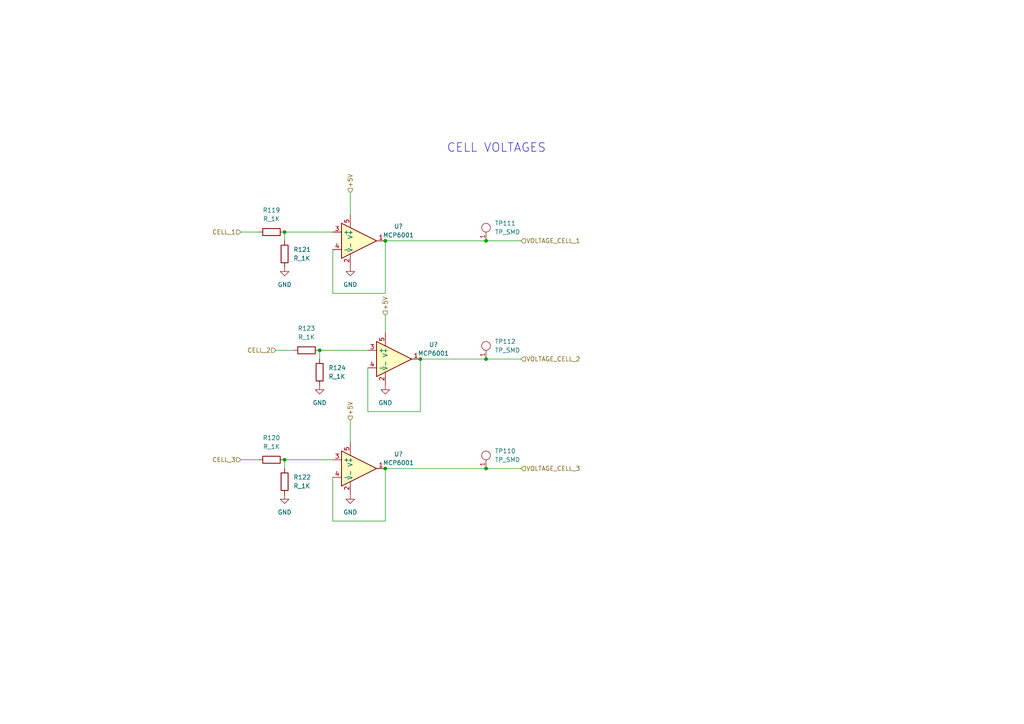
<source format=kicad_sch>
(kicad_sch (version 20230121) (generator eeschema)
  (paper "A4")
  (lib_symbols
    (symbol "formula:MCP6001"
      (property "Reference" "U" (at 0 5.08 0))
      (property "Value" "MCP6001" (at 0 -5.08 0))
      (symbol "MCP6001_0_1"
        (polyline (pts (xy -5.08 5.08) (xy 5.08 0) (xy -5.08 -5.08) (xy -5.08 5.08)) (stroke (width 0.254)) (fill (type background)))
        (pin power_in line (at -2.54 -7.62 90) (length 3.81) (name "V-") (number "2"))
        (pin power_in line (at -2.54 7.62 270) (length 3.81) (name "V+") (number "5"))
      )
      (symbol "MCP6001_1_1"
        (pin output line (at 7.62 0 180) (length 2.54) (name "~") (number "1"))
        (pin input line (at -7.62 2.54 0) (length 2.54) (name "+") (number "3"))
        (pin input line (at -7.62 -2.54 0) (length 2.54) (name "-") (number "4"))
      )
    )
    (symbol "formula:R_1K" (pin_numbers hide) (pin_names (offset 0))
      (property "Reference" "R" (at 2.032 0 90))
      (property "Value" "R_1K" (at -2.54 0 90))
      (symbol "R_1K_0_1"
        (rectangle (start -1.016 -2.54) (end 1.016 2.54) (stroke (width 0.254)))
      )
      (symbol "R_1K_1_1"
        (pin passive line (at 0 3.81 270) (length 1.27) (name "~") (number "1"))
        (pin passive line (at 0 -3.81 90) (length 1.27) (name "~") (number "2"))
      )
    )
    (symbol "formula:TP_SMD" (pin_names (offset 1.016))
      (property "Reference" "TP" (at 0 7.62 0))
      (property "Value" "TP_SMD" (at 1.27 5.08 0))
      (symbol "TP_SMD_1_1"
        (circle (center 0 2.54) (radius 1.27))
        (pin input line (at 0 -1.27 90) (length 2.54) (name "~") (number "1"))
      )
    )
    (symbol "power:GND" (power) (pin_names (offset 0))
      (property "Value" "GND" (at 0 -3.81 0))
      (symbol "GND_0_1"
        (polyline (pts (xy 0 0) (xy 0 -1.27) (xy 1.27 -1.27) (xy 0 -2.54) (xy -1.27 -1.27) (xy 0 -1.27)))
      )
      (symbol "GND_1_1"
        (pin power_in line (at 0 0 270) (length 0) hide (name "GND") (number "1"))
      )
    )
  )
  (junction (at 140.97 104.14))
  (junction (at 92.71 101.6))
  (junction (at 140.97 135.89))
  (junction (at 121.92 104.14))
  (junction (at 82.55 133.35))
  (junction (at 140.97 69.85))
  (junction (at 111.76 69.85))
  (junction (at 82.55 67.31))
  (junction (at 111.76 135.89))
  (wire (pts (xy 111.76 135.89) (xy 140.97 135.89)))
  (wire (pts (xy 82.55 133.35) (xy 96.52 133.35)))
  (wire (pts (xy 92.71 101.6) (xy 106.68 101.6)))
  (wire (pts (xy 121.92 104.14) (xy 121.92 119.38)))
  (wire (pts (xy 69.85 67.31) (xy 74.93 67.31)))
  (wire (pts (xy 92.71 101.6) (xy 92.71 104.14)))
  (wire (pts (xy 69.85 133.35) (xy 74.93 133.35)))
  (wire (pts (xy 82.55 67.31) (xy 82.55 69.85)))
  (wire (pts (xy 111.76 69.85) (xy 140.97 69.85)))
  (wire (pts (xy 111.76 135.89) (xy 111.76 151.13)))
  (wire (pts (xy 96.52 138.43) (xy 96.52 151.13)))
  (wire (pts (xy 140.97 104.14) (xy 151.13 104.14)))
  (wire (pts (xy 140.97 69.85) (xy 151.13 69.85)))
  (wire (pts (xy 140.97 135.89) (xy 151.13 135.89)))
  (wire (pts (xy 96.52 85.09) (xy 111.76 85.09)))
  (wire (pts (xy 111.76 91.44) (xy 111.76 96.52)))
  (wire (pts (xy 80.01 101.6) (xy 85.09 101.6)))
  (wire (pts (xy 121.92 104.14) (xy 140.97 104.14)))
  (wire (pts (xy 96.52 151.13) (xy 111.76 151.13)))
  (wire (pts (xy 96.52 72.39) (xy 96.52 85.09)))
  (wire (pts (xy 106.68 119.38) (xy 121.92 119.38)))
  (wire (pts (xy 82.55 133.35) (xy 82.55 135.89)))
  (wire (pts (xy 101.6 55.88) (xy 101.6 62.23)))
  (wire (pts (xy 111.76 69.85) (xy 111.76 85.09)))
  (wire (pts (xy 101.6 121.92) (xy 101.6 128.27)))
  (wire (pts (xy 106.68 106.68) (xy 106.68 119.38)))
  (wire (pts (xy 82.55 67.31) (xy 96.52 67.31)))
  (text "CELL VOLTAGES\n" (at 129.54 44.45 0) (effects (font (size 2.5 2.5)) (justify left bottom)))
  (hierarchical_label "CELL_3" (shape input) (at 69.85 133.35 180))
  (hierarchical_label "VOLTAGE_CELL_1" (shape input) (at 151.13 69.85 0))
  (hierarchical_label "+5V" (shape input) (at 101.6 55.88 90))
  (hierarchical_label "+5V" (shape input) (at 111.76 91.44 90))
  (hierarchical_label "VOLTAGE_CELL_2" (shape input) (at 151.13 104.14 0))
  (hierarchical_label "+5V" (shape input) (at 101.6 121.92 90))
  (hierarchical_label "VOLTAGE_CELL_3" (shape input) (at 151.13 135.89 0))
  (hierarchical_label "CELL_1" (shape input) (at 69.85 67.31 180))
  (hierarchical_label "CELL_2" (shape input) (at 80.01 101.6 180))
  (symbol (lib_id "formula:MCP6001") (at 104.14 135.89 0) (unit 1)
    (property "Reference" "U?" (at 115.57 131.6991 0))
    (property "Value" "MCP6001" (at 115.57 134.2391 0))
    (property "Footprint" "OEM:SOT-23-5" (effects hide))
    (property "Datasheet" "http://ww1.microchip.com/downloads/en/DeviceDoc/21733j.pdf" (effects hide))
    (property "MFN" "DK" (effects hide))
    (property "MPN" "MCP6001T-I/OTCT-ND" (effects hide))
    (property "PurchasingLink" "https://www.digikey.com/product-detail/en/microchip-technology/MCP6001T-I-OT/MCP6001T-I-OTCT-ND/697158" (effects hide))
    (instances (project "summer2024_onboarding" (path "" (reference "U?") (unit 1)) (path "" (reference "U110") (unit 1))))
  )
  (symbol (lib_id "power:GND") (at 92.71 111.76 0) (unit 1)
    (property "Reference" "#PWR0150" (effects hide))
    (property "Value" "GND" (at 92.71 116.84 0))
  )
  (symbol (lib_id "formula:R_1K") (at 78.74 67.31 90) (unit 1)
    (property "Reference" "R119" (at 78.74 60.96 90))
    (property "Value" "R_1K" (at 78.74 63.5 90))
    (property "Footprint" "OEM:R_0603" (effects hide))
    (property "Datasheet" "https://www.seielect.com/Catalog/SEI-rncp.pdf" (effects hide))
    (property "MFN" "DK" (effects hide))
    (property "MPN" "RNCP0805FTD1K00CT-ND" (effects hide))
    (property "PurchasingLink" "https://www.digikey.com/products/en?keywords=RNCP0805FTD1K00CT-ND" (effects hide))
  )
  (symbol (lib_id "power:GND") (at 82.55 143.51 0) (unit 1)
    (property "Reference" "#PWR0149" (effects hide))
    (property "Value" "GND" (at 82.55 148.59 0))
  )
  (symbol (lib_id "formula:TP_SMD") (at 140.97 102.87 0) (unit 1)
    (property "Reference" "TP112" (at 143.51 99.06 0) (effects (justify left)))
    (property "Value" "TP_SMD" (at 143.51 101.6 0) (effects (justify left)))
    (property "Footprint" "footprints:Test_Point_SMD" (effects hide))
    (property "MPN" "5019" (effects hide))
    (property "MFN" "Keystone" (effects hide))
    (property "DKPN" "36-5019TR-ND" (effects hide))
    (property "NewDesigns" "YES" (effects hide))
    (property "Stocked" "Reel" (effects hide))
    (property "Package" "Custom" (effects hide))
    (property "Style" "SMD" (effects hide))
  )
  (symbol (lib_id "formula:R_1K") (at 78.74 133.35 90) (unit 1)
    (property "Reference" "R120" (at 78.74 127 90))
    (property "Value" "R_1K" (at 78.74 129.54 90))
    (property "Footprint" "OEM:R_0603" (effects hide))
    (property "Datasheet" "https://www.seielect.com/Catalog/SEI-rncp.pdf" (effects hide))
    (property "MFN" "DK" (effects hide))
    (property "MPN" "RNCP0805FTD1K00CT-ND" (effects hide))
    (property "PurchasingLink" "https://www.digikey.com/products/en?keywords=RNCP0805FTD1K00CT-ND" (effects hide))
  )
  (symbol (lib_id "formula:R_1K") (at 82.55 73.66 0) (unit 1)
    (property "Reference" "R121" (at 85.09 72.39 0) (effects (justify left)))
    (property "Value" "R_1K" (at 85.09 74.93 0) (effects (justify left)))
    (property "Footprint" "OEM:R_0603" (effects hide))
    (property "Datasheet" "https://www.seielect.com/Catalog/SEI-rncp.pdf" (effects hide))
    (property "MFN" "DK" (effects hide))
    (property "MPN" "RNCP0805FTD1K00CT-ND" (effects hide))
    (property "PurchasingLink" "https://www.digikey.com/products/en?keywords=RNCP0805FTD1K00CT-ND" (effects hide))
  )
  (symbol (lib_id "formula:MCP6001") (at 114.3 104.14 0) (unit 1)
    (property "Reference" "U?" (at 125.73 99.9491 0))
    (property "Value" "MCP6001" (at 125.73 102.4891 0))
    (property "Footprint" "OEM:SOT-23-5" (effects hide))
    (property "Datasheet" "http://ww1.microchip.com/downloads/en/DeviceDoc/21733j.pdf" (effects hide))
    (property "MFN" "DK" (effects hide))
    (property "MPN" "MCP6001T-I/OTCT-ND" (effects hide))
    (property "PurchasingLink" "https://www.digikey.com/product-detail/en/microchip-technology/MCP6001T-I-OT/MCP6001T-I-OTCT-ND/697158" (effects hide))
    (instances (project "summer2024_onboarding" (path "" (reference "U?") (unit 1)) (path "" (reference "U111") (unit 1))))
  )
  (symbol (lib_id "power:GND") (at 101.6 77.47 0) (unit 1)
    (property "Reference" "#PWR0152" (effects hide))
    (property "Value" "GND" (at 101.6 82.55 0))
  )
  (symbol (lib_id "power:GND") (at 82.55 77.47 0) (unit 1)
    (property "Reference" "#PWR0148" (effects hide))
    (property "Value" "GND" (at 82.55 82.55 0))
  )
  (symbol (lib_id "formula:MCP6001") (at 104.14 69.85 0) (unit 1)
    (property "Reference" "U?" (at 115.57 65.6591 0))
    (property "Value" "MCP6001" (at 115.57 68.1991 0))
    (property "Footprint" "OEM:SOT-23-5" (effects hide))
    (property "Datasheet" "http://ww1.microchip.com/downloads/en/DeviceDoc/21733j.pdf" (effects hide))
    (property "MFN" "DK" (effects hide))
    (property "MPN" "MCP6001T-I/OTCT-ND" (effects hide))
    (property "PurchasingLink" "https://www.digikey.com/product-detail/en/microchip-technology/MCP6001T-I-OT/MCP6001T-I-OTCT-ND/697158" (effects hide))
    (instances (project "summer2024_onboarding" (path "" (reference "U?") (unit 1)) (path "" (reference "U109") (unit 1))))
  )
  (symbol (lib_id "formula:R_1K") (at 82.55 139.7 0) (unit 1)
    (property "Reference" "R122" (at 85.09 138.43 0) (effects (justify left)))
    (property "Value" "R_1K" (at 85.09 140.97 0) (effects (justify left)))
    (property "Footprint" "OEM:R_0603" (effects hide))
    (property "Datasheet" "https://www.seielect.com/Catalog/SEI-rncp.pdf" (effects hide))
    (property "MFN" "DK" (effects hide))
    (property "MPN" "RNCP0805FTD1K00CT-ND" (effects hide))
    (property "PurchasingLink" "https://www.digikey.com/products/en?keywords=RNCP0805FTD1K00CT-ND" (effects hide))
  )
  (symbol (lib_id "power:GND") (at 101.6 143.51 0) (unit 1)
    (property "Reference" "#PWR0154" (effects hide))
    (property "Value" "GND" (at 101.6 148.59 0))
  )
  (symbol (lib_id "power:GND") (at 111.76 111.76 0) (unit 1)
    (property "Reference" "#PWR0156" (effects hide))
    (property "Value" "GND" (at 111.76 116.84 0))
  )
  (symbol (lib_id "formula:R_1K") (at 92.71 107.95 0) (unit 1)
    (property "Reference" "R124" (at 95.25 106.68 0) (effects (justify left)))
    (property "Value" "R_1K" (at 95.25 109.22 0) (effects (justify left)))
    (property "Footprint" "OEM:R_0603" (effects hide))
    (property "Datasheet" "https://www.seielect.com/Catalog/SEI-rncp.pdf" (effects hide))
    (property "MFN" "DK" (effects hide))
    (property "MPN" "RNCP0805FTD1K00CT-ND" (effects hide))
    (property "PurchasingLink" "https://www.digikey.com/products/en?keywords=RNCP0805FTD1K00CT-ND" (effects hide))
  )
  (symbol (lib_id "formula:R_1K") (at 88.9 101.6 90) (unit 1)
    (property "Reference" "R123" (at 88.9 95.25 90))
    (property "Value" "R_1K" (at 88.9 97.79 90))
    (property "Footprint" "OEM:R_0603" (effects hide))
    (property "Datasheet" "https://www.seielect.com/Catalog/SEI-rncp.pdf" (effects hide))
    (property "MFN" "DK" (effects hide))
    (property "MPN" "RNCP0805FTD1K00CT-ND" (effects hide))
    (property "PurchasingLink" "https://www.digikey.com/products/en?keywords=RNCP0805FTD1K00CT-ND" (effects hide))
  )
  (symbol (lib_id "formula:TP_SMD") (at 140.97 134.62 0) (unit 1)
    (property "Reference" "TP110" (at 143.51 130.81 0) (effects (justify left)))
    (property "Value" "TP_SMD" (at 143.51 133.35 0) (effects (justify left)))
    (property "Footprint" "footprints:Test_Point_SMD" (effects hide))
    (property "MPN" "5019" (effects hide))
    (property "MFN" "Keystone" (effects hide))
    (property "DKPN" "36-5019TR-ND" (effects hide))
    (property "NewDesigns" "YES" (effects hide))
    (property "Stocked" "Reel" (effects hide))
    (property "Package" "Custom" (effects hide))
    (property "Style" "SMD" (effects hide))
  )
  (symbol (lib_id "formula:TP_SMD") (at 140.97 68.58 0) (unit 1)
    (property "Reference" "TP111" (at 143.51 64.77 0) (effects (justify left)))
    (property "Value" "TP_SMD" (at 143.51 67.31 0) (effects (justify left)))
    (property "Footprint" "footprints:Test_Point_SMD" (effects hide))
    (property "MPN" "5019" (effects hide))
    (property "MFN" "Keystone" (effects hide))
    (property "DKPN" "36-5019TR-ND" (effects hide))
    (property "NewDesigns" "YES" (effects hide))
    (property "Stocked" "Reel" (effects hide))
    (property "Package" "Custom" (effects hide))
    (property "Style" "SMD" (effects hide))
  )
)
</source>
